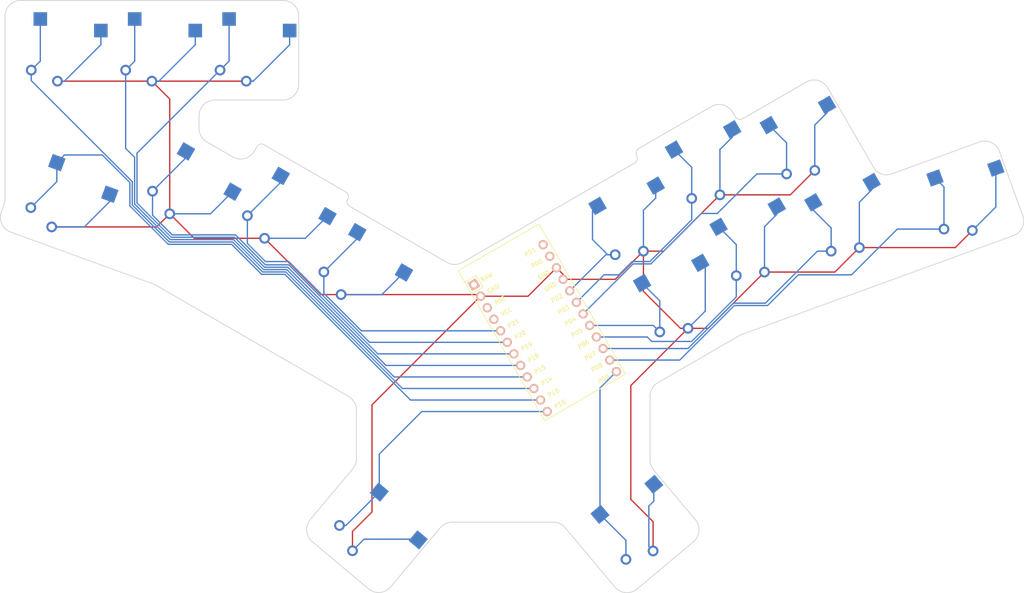
<source format=kicad_pcb>
(kicad_pcb (version 20211014) (generator pcbnew)
  (title_block (title "card") (rev "v1.0.0") (company "Unknown"))
  (layers (0 "F.Cu" signal) (31 "B.Cu" signal) (34 "B.Paste" user) (35 "F.Paste" user) (36 "B.SilkS" user "B.Silkscreen") (37 "F.SilkS" user "F.Silkscreen") (38 "B.Mask" user) (39 "F.Mask" user) (44 "Edge.Cuts" user))
  (net 0 "")
  (net 1 "P14")
  (net 2 "GND")
  (net 3 "P15")
  (net 4 "P18")
  (net 5 "P16")
  (net 6 "P19")
  (net 7 "P20")
  (net 8 "P21")
  (net 9 "P10")
  (net 10 "P9")
  (net 11 "P5")
  (net 12 "P2")
  (net 13 "P6")
  (net 14 "P3")
  (net 15 "P7")
  (net 16 "P4")
  (net 17 "P8")
  (net 18 "RAW")
  (net 19 "RST")
  (net 20 "VCC")
  (net 21 "P1")
  (net 22 "P0")
  (footprint "PG1350" (layer "F.Cu") (at 190.744558 137.77943 150)
    (fp_text reference "S12" hide)
    (fp_text value "" hide)
  )
  (footprint "PG1350" (layer "F.Cu") (at 257.089061 140.227443 30)
    (fp_text reference "S21" hide)
    (fp_text value "" hide)
  )
  (footprint "PG1350" (layer "F.Cu") (at 184.3 107.02 180)
    (fp_text reference "S6" hide)
    (fp_text value "" hide)
  )
  (footprint "PG1350" (layer "F.Cu") (at 172.656101 133.109557 150)
    (fp_text reference "S10" hide)
    (fp_text value "" hide)
  )
  (footprint "PG1350" (layer "F.Cu") (at 258.0888 197.989823 -140)
    (fp_text reference "S18" hide)
    (fp_text value "" hide)
  )
  (footprint "PG1350" (layer "F.Cu") (at 184.3 107.02)
    (fp_text reference "S5" hide)
    (fp_text value "" hide)
  )
  (footprint "PG1350" (layer "F.Cu") (at 280.177519 144.217824 30)
    (fp_text reference "S23" hide)
    (fp_text value "" hide)
  )
  (footprint "PG1350" (layer "F.Cu") (at 205.333015 148.51148 -30)
    (fp_text reference "S13" hide)
    (fp_text value "" hide)
  )
  (footprint "PG1350" (layer "F.Cu") (at 148.3 107.02 180)
    (fp_text reference "S2" hide)
    (fp_text value "" hide)
  )
  (footprint "PG1350" (layer "F.Cu") (at 208.350193 197.953935 140)
    (fp_text reference "S16" hide)
    (fp_text value "" hide)
  )
  (footprint "PG1350" (layer "F.Cu") (at 320.750703 135.850558 -160)
    (fp_text reference "S32" hide)
    (fp_text value "" hide)
  )
  (footprint "PG1350" (layer "F.Cu") (at 280.177519 144.217824 -150)
    (fp_text reference "S24" hide)
    (fp_text value "" hide)
  )
  (footprint "PG1350" (layer "F.Cu") (at 265.589061 154.949875 30)
    (fp_text reference "S19" hide)
    (fp_text value "" hide)
  )
  (footprint "PG1350" (layer "F.Cu") (at 190.744558 137.77943 -30)
    (fp_text reference "S11" hide)
    (fp_text value "" hide)
  )
  (footprint "PG1350" (layer "F.Cu") (at 265.589061 154.949875 -150)
    (fp_text reference "S20" hide)
    (fp_text value "" hide)
  )
  (footprint "PG1350" (layer "F.Cu") (at 298.265976 139.547951 -150)
    (fp_text reference "S28" hide)
    (fp_text value "" hide)
  )
  (footprint "PG1350" (layer "F.Cu") (at 271.677519 129.495392 -150)
    (fp_text reference "S26" hide)
    (fp_text value "" hide)
  )
  (footprint "PG1350" (layer "F.Cu") (at 166.3 107.02 180)
    (fp_text reference "S4" hide)
    (fp_text value "" hide)
  )
  (footprint "PG1350" (layer "F.Cu") (at 298.265976 139.547951 30)
    (fp_text reference "S27" hide)
    (fp_text value "" hide)
  )
  (footprint "PG1350" (layer "F.Cu") (at 271.677519 129.495392 30)
    (fp_text reference "S25" hide)
    (fp_text value "" hide)
  )
  (footprint "PG1350" (layer "F.Cu") (at 166.3 107.02)
    (fp_text reference "S3" hide)
    (fp_text value "" hide)
  )
  (footprint "PG1350" (layer "F.Cu") (at 149.214467 135.176363 -20)
    (fp_text reference "S7" hide)
    (fp_text value "" hide)
  )
  (footprint "PG1350" (layer "F.Cu") (at 257.089061 140.227443 -150)
    (fp_text reference "S22" hide)
    (fp_text value "" hide)
  )
  (footprint "PG1350" (layer "F.Cu") (at 148.3 107.02)
    (fp_text reference "S1" hide)
    (fp_text value "" hide)
  )
  (footprint "PG1350" (layer "F.Cu") (at 320.750703 135.850558 20)
    (fp_text reference "S31" hide)
    (fp_text value "" hide)
  )
  (footprint "PG1350" (layer "F.Cu") (at 149.214467 135.176363 160)
    (fp_text reference "S8" hide)
    (fp_text value "" hide)
  )
  (footprint "PG1350" (layer "F.Cu") (at 289.765976 124.825519 30)
    (fp_text reference "S29" hide)
    (fp_text value "" hide)
  )
  (footprint "ProMicro" (layer "F.Cu") (at 241.3 160.02 -60)
    (fp_text reference "MCU1" hide)
    (fp_text value "" hide)
  )
  (footprint "PG1350" (layer "F.Cu") (at 208.350193 197.953935 -40)
    (fp_text reference "S15" hide)
    (fp_text value "" hide)
  )
  (footprint "PG1350" (layer "F.Cu") (at 172.656101 133.109557 -30)
    (fp_text reference "S9" hide)
    (fp_text value "" hide)
  )
  (footprint "PG1350" (layer "F.Cu") (at 205.333015 148.51148 150)
    (fp_text reference "S14" hide)
    (fp_text value "" hide)
  )
  (footprint "PG1350" (layer "F.Cu") (at 289.765976 124.825519 -150)
    (fp_text reference "S30" hide)
    (fp_text value "" hide)
  )
  (footprint "PG1350" (layer "F.Cu") (at 258.0888 197.989823 40)
    (fp_text reference "S17" hide)
    (fp_text value "" hide)
  )
  (gr_arc (start 211.832519 209.3611) (mid 209.795853 210.421322) (end 207.606022 209.730871) (layer "Edge.Cuts") (width 0.15))
  (gr_line (start 295.17623 114.196354) (end 303.866365 129.24811) (layer "Edge.Cuts") (width 0.15))
  (gr_line (start 141.3 97.52) (end 191.3 97.52) (layer "Edge.Cuts") (width 0.15))
  (gr_arc (start 203.288787 134.052189) (mid 203.754713 134.659395) (end 203.654812 135.418214) (layer "Edge.Cuts") (width 0.15))
  (gr_line (start 137.59441 137.864163) (end 138.239693 136.091264) (layer "Edge.Cuts") (width 0.15))
  (gr_line (start 175.3 119.52) (end 175.3 121.934306) (layer "Edge.Cuts") (width 0.15))
  (gr_line (start 225.536852 147.474465) (end 258.401239 128.500202) (layer "Edge.Cuts") (width 0.15))
  (gr_arc (start 278.337852 161.445764) (mid 278.569997 161.324917) (end 278.811792 161.224762) (layer "Edge.Cuts") (width 0.15))
  (gr_line (start 262.001867 187.095996) (end 269.927364 196.541236) (layer "Edge.Cuts") (width 0.15))
  (gr_arc (start 261.3 173.014623) (mid 261.701924 171.514623) (end 262.8 170.416547) (layer "Edge.Cuts") (width 0.15))
  (gr_arc (start 221.288721 198.091637) (mid 222.318999 197.301077) (end 223.586854 197.02) (layer "Edge.Cuts") (width 0.15))
  (gr_line (start 196.511629 196.505348) (end 204.598133 186.868228) (layer "Edge.Cuts") (width 0.15))
  (gr_line (start 203.654812 135.418214) (end 203.654812 135.418214) (layer "Edge.Cuts") (width 0.15))
  (gr_line (start 138.3 135.749244) (end 138.3 100.52) (layer "Edge.Cuts") (width 0.15))
  (gr_line (start 176.8 124.532383) (end 181.736228 127.382315) (layer "Edge.Cuts") (width 0.15))
  (gr_arc (start 332.37076 138.538359) (mid 332.270605 140.832274) (end 330.577742 142.383497) (layer "Edge.Cuts") (width 0.15))
  (gr_arc (start 196.8814 200.731845) (mid 195.821178 198.695179) (end 196.511629 196.505348) (layer "Edge.Cuts") (width 0.15))
  (gr_line (start 178.3 116.52) (end 191.3 116.52) (layer "Edge.Cuts") (width 0.15))
  (gr_line (start 223.586854 197.02) (end 242.822026 197.02) (layer "Edge.Cuts") (width 0.15))
  (gr_arc (start 176.8 124.532382) (mid 175.701924 123.434306) (end 175.3 121.934306) (layer "Edge.Cuts") (width 0.15))
  (gr_arc (start 307.490501 130.567187) (mid 305.424316 130.605811) (end 303.866365 129.24811) (layer "Edge.Cuts") (width 0.15))
  (gr_line (start 185.834304 126.284239) (end 186.334304 125.418214) (layer "Edge.Cuts") (width 0.15))
  (gr_line (start 277.087773 118.866227) (end 277.587773 119.732253) (layer "Edge.Cuts") (width 0.15))
  (gr_arc (start 269.927364 196.541236) (mid 270.617815 198.731066) (end 269.557594 200.767732) (layer "Edge.Cuts") (width 0.15))
  (gr_arc (start 258.767265 127.134176) (mid 258.867165 127.892995) (end 258.401239 128.500202) (layer "Edge.Cuts") (width 0.15))
  (gr_line (start 187.70033 125.052188) (end 203.288787 134.052188) (layer "Edge.Cuts") (width 0.15))
  (gr_arc (start 258.832971 209.766758) (mid 256.643141 210.457209) (end 254.606475 209.396988) (layer "Edge.Cuts") (width 0.15))
  (gr_line (start 196.8814 200.731844) (end 207.606022 209.730871) (layer "Edge.Cuts") (width 0.15))
  (gr_arc (start 175.3 119.52) (mid 176.17868 117.39868) (end 178.3 116.52) (layer "Edge.Cuts") (width 0.15))
  (gr_line (start 205.3 175.627881) (end 205.3 184.939865) (layer "Edge.Cuts") (width 0.15))
  (gr_line (start 327.924498 126.322354) (end 332.37076 138.538359) (layer "Edge.Cuts") (width 0.15))
  (gr_line (start 245.120159 198.091637) (end 254.606475 209.396988) (layer "Edge.Cuts") (width 0.15))
  (gr_line (start 259.13329 125.768151) (end 272.989696 117.768151) (layer "Edge.Cuts") (width 0.15))
  (gr_line (start 203.8 173.029805) (end 167.115486 151.849991) (layer "Edge.Cuts") (width 0.15))
  (gr_arc (start 278.953798 120.098278) (mid 278.194979 120.198179) (end 277.587773 119.732253) (layer "Edge.Cuts") (width 0.15))
  (gr_arc (start 138.3 135.749244) (mid 138.284808 135.922892) (end 138.239693 136.091264) (layer "Edge.Cuts") (width 0.15))
  (gr_line (start 278.953798 120.098278) (end 291.078154 113.098278) (layer "Edge.Cuts") (width 0.15))
  (gr_arc (start 205.3 184.939865) (mid 205.119078 185.965926) (end 204.598133 186.868228) (layer "Edge.Cuts") (width 0.15))
  (gr_arc (start 139.387427 141.709302) (mid 137.694564 140.158078) (end 137.59441 137.864163) (layer "Edge.Cuts") (width 0.15))
  (gr_line (start 307.490501 130.567187) (end 324.07936 124.529337) (layer "Edge.Cuts") (width 0.15))
  (gr_line (start 139.387427 141.709302) (end 166.641546 151.62899) (layer "Edge.Cuts") (width 0.15))
  (gr_arc (start 186.334304 125.418214) (mid 186.941511 124.952288) (end 187.70033 125.052188) (layer "Edge.Cuts") (width 0.15))
  (gr_arc (start 138.3 100.52) (mid 139.17868 98.39868) (end 141.3 97.52) (layer "Edge.Cuts") (width 0.15))
  (gr_arc (start 262.001867 187.095996) (mid 261.480922 186.193694) (end 261.3 185.167633) (layer "Edge.Cuts") (width 0.15))
  (gr_line (start 278.811792 161.224762) (end 330.577742 142.383497) (layer "Edge.Cuts") (width 0.15))
  (gr_line (start 258.832971 209.766758) (end 269.557593 200.767732) (layer "Edge.Cuts") (width 0.15))
  (gr_arc (start 191.3 97.52) (mid 193.42132 98.39868) (end 194.3 100.52) (layer "Edge.Cuts") (width 0.15))
  (gr_arc (start 185.834304 126.284239) (mid 184.012685 127.682016) (end 181.736228 127.382315) (layer "Edge.Cuts") (width 0.15))
  (gr_arc (start 225.536852 147.474465) (mid 224.036852 147.876389) (end 222.536852 147.474465) (layer "Edge.Cuts") (width 0.15))
  (gr_arc (start 291.078154 113.098278) (mid 293.354611 112.798577) (end 295.17623 114.196354) (layer "Edge.Cuts") (width 0.15))
  (gr_arc (start 242.822026 197.02) (mid 244.089881 197.301077) (end 245.120159 198.091637) (layer "Edge.Cuts") (width 0.15))
  (gr_arc (start 194.3 113.52) (mid 193.42132 115.64132) (end 191.3 116.52) (layer "Edge.Cuts") (width 0.15))
  (gr_arc (start 203.8 173.029805) (mid 204.898076 174.127881) (end 205.3 175.627881) (layer "Edge.Cuts") (width 0.15))
  (gr_line (start 278.337852 161.445763) (end 262.8 170.416547) (layer "Edge.Cuts") (width 0.15))
  (gr_line (start 211.832518 209.3611) (end 221.288721 198.091637) (layer "Edge.Cuts") (width 0.15))
  (gr_line (start 258.767265 127.134176) (end 258.767265 127.134176) (layer "Edge.Cuts") (width 0.15))
  (gr_arc (start 166.641546 151.628989) (mid 166.883341 151.729144) (end 167.115486 151.849991) (layer "Edge.Cuts") (width 0.15))
  (gr_arc (start 204.020838 136.78424) (mid 203.554912 136.177033) (end 203.654812 135.418214) (layer "Edge.Cuts") (width 0.15))
  (gr_line (start 194.3 113.52) (end 194.3 100.52) (layer "Edge.Cuts") (width 0.15))
  (gr_arc (start 258.767265 127.134176) (mid 258.667364 126.375357) (end 259.13329 125.768151) (layer "Edge.Cuts") (width 0.15))
  (gr_line (start 204.020838 136.784239) (end 222.536852 147.474465) (layer "Edge.Cuts") (width 0.15))
  (gr_arc (start 324.079359 124.529337) (mid 326.373274 124.629491) (end 327.924498 126.322354) (layer "Edge.Cuts") (width 0.15))
  (gr_line (start 261.3 185.167633) (end 261.3 173.014623) (layer "Edge.Cuts") (width 0.15))
  (gr_arc (start 272.989696 117.76815) (mid 275.266154 117.468449) (end 277.087773 118.866227) (layer "Edge.Cuts") (width 0.15))
  (segment (start 145.025 109.095) (end 143.3 110.82) (width 0.25) (layer "B.Cu") (net 1))
  (segment (start 162.56 136.529188) (end 169.620812 143.59) (width 0.25) (layer "B.Cu") (net 1))
  (segment (start 214.066986 171.528966) (end 239.145886 171.528966) (width 0.25) (layer "B.Cu") (net 1))
  (segment (start 181.684416 143.59) (end 187.400812 149.306396) (width 0.25) (layer "B.Cu") (net 1))
  (segment (start 143.3 110.82) (end 143.3 112.82) (width 0.25) (layer "B.Cu") (net 1))
  (segment (start 143.3 112.82) (end 162.56 132.08) (width 0.25) (layer "B.Cu") (net 1))
  (segment (start 191.844416 149.306396) (end 214.066986 171.528966) (width 0.25) (layer "B.Cu") (net 1))
  (segment (start 169.620812 143.59) (end 181.684416 143.59) (width 0.25) (layer "B.Cu") (net 1))
  (segment (start 187.400812 149.306396) (end 191.844416 149.306396) (width 0.25) (layer "B.Cu") (net 1))
  (segment (start 162.56 132.08) (end 162.56 136.529188) (width 0.25) (layer "B.Cu") (net 1))
  (segment (start 145.025 101.07) (end 145.025 109.095) (width 0.25) (layer "B.Cu") (net 1))
  (segment (start 202.383015 153.62103) (end 228.675586 153.62103) (width 0.25) (layer "F.Cu") (net 2))
  (segment (start 148.3 112.92) (end 166.3 112.92) (width 0.25) (layer "F.Cu") (net 2))
  (segment (start 274.627519 134.604942) (end 263.895468 145.336993) (width 0.25) (layer "F.Cu") (net 2))
  (segment (start 228.675586 153.62103) (end 228.985886 153.93133) (width 0.25) (layer "F.Cu") (net 2))
  (segment (start 288.046103 134.604942) (end 274.627519 134.604942) (width 0.25) (layer "F.Cu") (net 2))
  (segment (start 169.706101 138.219107) (end 174.375974 142.88898) (width 0.25) (layer "F.Cu") (net 2))
  (segment (start 260.039061 152.996265) (end 260.039061 145.336993) (width 0.25) (layer "F.Cu") (net 2))
  (segment (start 228.985886 153.93133) (end 238.033818 153.93133) (width 0.25) (layer "F.Cu") (net 2))
  (segment (start 187.794558 142.88898) (end 198.526608 153.62103) (width 0.25) (layer "F.Cu") (net 2))
  (segment (start 257.633568 192.679869) (end 257.633568 170.964918) (width 0.25) (layer "F.Cu") (net 2))
  (segment (start 296.546103 149.327374) (end 283.127519 149.327374) (width 0.25) (layer "F.Cu") (net 2))
  (segment (start 204.557746 202.473597) (end 204.557746 198.791381) (width 0.25) (layer "F.Cu") (net 2))
  (segment (start 208.28 195.069127) (end 208.28 174.637216) (width 0.25) (layer "F.Cu") (net 2))
  (segment (start 254.665315 150.710739) (end 244.724114 150.710739) (width 0.25) (layer "F.Cu") (net 2))
  (segment (start 272.395468 160.059425) (end 268.539061 160.059425) (width 0.25) (layer "F.Cu") (net 2))
  (segment (start 166.3 112.92) (end 169.706101 116.326101) (width 0.25) (layer "F.Cu") (net 2))
  (segment (start 166.3 112.92) (end 184.3 112.92) (width 0.25) (layer "F.Cu") (net 2))
  (segment (start 238.033818 153.93133) (end 243.454114 148.511034) (width 0.25) (layer "F.Cu") (net 2))
  (segment (start 204.557746 198.791381) (end 208.28 195.069127) (width 0.25) (layer "F.Cu") (net 2))
  (segment (start 261.881247 202.509485) (end 261.881247 196.927548) (width 0.25) (layer "F.Cu") (net 2))
  (segment (start 208.28 174.637216) (end 228.985886 153.93133) (width 0.25) (layer "F.Cu") (net 2))
  (segment (start 267.102221 160.059425) (end 260.039061 152.996265) (width 0.25) (layer "F.Cu") (net 2))
  (segment (start 283.127519 149.327374) (end 272.395468 160.059425) (width 0.25) (layer "F.Cu") (net 2))
  (segment (start 319.505865 144.657501) (end 301.215976 144.657501) (width 0.25) (layer "F.Cu") (net 2))
  (segment (start 257.633568 170.964918) (end 268.539061 160.059425) (width 0.25) (layer "F.Cu") (net 2))
  (segment (start 263.895468 145.336993) (end 260.039061 145.336993) (width 0.25) (layer "F.Cu") (net 2))
  (segment (start 260.039061 145.336993) (end 254.665315 150.710739) (width 0.25) (layer "F.Cu") (net 2))
  (segment (start 268.539061 160.059425) (end 267.102221 160.059425) (width 0.25) (layer "F.Cu") (net 2))
  (segment (start 244.724114 149.781034) (end 244.724114 150.710739) (width 0.25) (layer "F.Cu") (net 2))
  (segment (start 292.715976 129.935069) (end 288.046103 134.604942) (width 0.25) (layer "F.Cu") (net 2))
  (segment (start 147.196548 140.720549) (end 167.204659 140.720549) (width 0.25) (layer "F.Cu") (net 2))
  (segment (start 301.215976 144.657501) (end 296.546103 149.327374) (width 0.25) (layer "F.Cu") (net 2))
  (segment (start 169.706101 116.326101) (end 169.706101 138.219107) (width 0.25) (layer "F.Cu") (net 2))
  (segment (start 261.881247 196.927548) (end 257.633568 192.679869) (width 0.25) (layer "F.Cu") (net 2))
  (segment (start 243.454114 148.511034) (end 244.724114 149.781034) (width 0.25) (layer "F.Cu") (net 2))
  (segment (start 198.526608 153.62103) (end 202.383015 153.62103) (width 0.25) (layer "F.Cu") (net 2))
  (segment (start 174.375974 142.88898) (end 187.794558 142.88898) (width 0.25) (layer "F.Cu") (net 2))
  (segment (start 322.768622 141.394744) (end 319.505865 144.657501) (width 0.25) (layer "F.Cu") (net 2))
  (segment (start 167.204659 140.720549) (end 169.706101 138.219107) (width 0.25) (layer "F.Cu") (net 2))
  (segment (start 149.633686 112.92) (end 148.3 112.92) (width 0.25) (layer "B.Cu") (net 2))
  (segment (start 327.244084 136.919282) (end 322.768622 141.394744) (width 0.25) (layer "B.Cu") (net 2))
  (segment (start 303.557336 132.162856) (end 303.557336 133.663967) (width 0.25) (layer "B.Cu") (net 2))
  (segment (start 262.017364 189.798089) (end 262.017364 193.005485) (width 0.25) (layer "B.Cu") (net 2))
  (segment (start 216.962694 200.263366) (end 206.767977 200.263366) (width 0.25) (layer "B.Cu") (net 2))
  (segment (start 285.468879 136.832729) (end 285.468879 138.33384) (width 0.25) (layer "B.Cu") (net 2))
  (segment (start 192.575 105.978686) (end 185.633686 112.92) (width 0.25) (layer "B.Cu") (net 2))
  (segment (start 295.057336 117.440424) (end 295.057336 118.941535) (width 0.25) (layer "B.Cu") (net 2))
  (segment (start 303.557336 133.663967) (end 301.215976 136.005327) (width 0.25) (layer "B.Cu") (net 2))
  (segment (start 292.715976 121.282895) (end 292.715976 129.935069) (width 0.25) (layer "B.Cu") (net 2))
  (segment (start 156.575 105.978686) (end 149.633686 112.92) (width 0.25) (layer "B.Cu") (net 2))
  (segment (start 195.566273 142.88898) (end 187.794558 142.88898) (width 0.25) (layer "B.Cu") (net 2))
  (segment (start 167.633686 112.92) (end 166.3 112.92) (width 0.25) (layer "B.Cu") (net 2))
  (segment (start 276.968879 123.611408) (end 274.627519 125.952768) (width 0.25) (layer "B.Cu") (net 2))
  (segment (start 261.076143 201.704381) (end 261.881247 202.509485) (width 0.25) (layer "B.Cu") (net 2))
  (segment (start 283.127519 140.6752) (end 283.127519 149.327374) (width 0.25) (layer "B.Cu") (net 2))
  (segment (start 153.418613 140.720549) (end 147.196548 140.720549) (width 0.25) (layer "B.Cu") (net 2))
  (segment (start 210.15473 153.62103) (end 202.383015 153.62103) (width 0.25) (layer "B.Cu") (net 2))
  (segment (start 174.575 103.27) (end 174.575 105.978686) (width 0.25) (layer "B.Cu") (net 2))
  (segment (start 217.099664 200.400336) (end 216.962694 200.263366) (width 0.25) (layer "B.Cu") (net 2))
  (segment (start 174.575 105.978686) (end 167.633686 112.92) (width 0.25) (layer "B.Cu") (net 2))
  (segment (start 199.785918 138.669335) (end 195.566273 142.88898) (width 0.25) (layer "B.Cu") (net 2))
  (segment (start 262.380421 135.215537) (end 260.039061 137.556897) (width 0.25) (layer "B.Cu") (net 2))
  (segment (start 261.076143 193.946706) (end 261.076143 201.704381) (width 0.25) (layer "B.Cu") (net 2))
  (segment (start 285.468879 138.33384) (end 283.127519 140.6752) (width 0.25) (layer "B.Cu") (net 2))
  (segment (start 271.832087 148.516446) (end 271.832087 156.766399) (width 0.25) (layer "B.Cu") (net 2))
  (segment (start 262.380421 132.842348) (end 262.380421 135.215537) (width 0.25) (layer "B.Cu") (net 2))
  (segment (start 158.272999 134.482732) (end 158.272999 135.866163) (width 0.25) (layer "B.Cu") (net 2))
  (segment (start 260.039061 137.556897) (end 260.039061 145.336993) (width 0.25) (layer "B.Cu") (net 2))
  (segment (start 276.968879 122.110297) (end 276.968879 123.611408) (width 0.25) (layer "B.Cu") (net 2))
  (segment (start 181.697461 133.999462) (end 177.477816 138.219107) (width 0.25) (layer "B.Cu") (net 2))
  (segment (start 192.575 103.27) (end 192.575 105.978686) (width 0.25) (layer "B.Cu") (net 2))
  (segment (start 271.832087 156.766399) (end 268.539061 160.059425) (width 0.25) (layer "B.Cu") (net 2))
  (segment (start 327.244084 129.496494) (end 327.244084 136.919282) (width 0.25) (layer "B.Cu") (net 2))
  (segment (start 177.477816 138.219107) (end 169.706101 138.219107) (width 0.25) (layer "B.Cu") (net 2))
  (segment (start 156.575 103.27) (end 156.575 105.978686) (width 0.25) (layer "B.Cu") (net 2))
  (segment (start 262.017364 193.005485) (end 261.076143 193.946706) (width 0.25) (layer "B.Cu") (net 2))
  (segment (start 214.374375 149.401385) (end 210.15473 153.62103) (width 0.25) (layer "B.Cu") (net 2))
  (segment (start 301.215976 136.005327) (end 301.215976 144.657501) (width 0.25) (layer "B.Cu") (net 2))
  (segment (start 295.057336 118.941535) (end 292.715976 121.282895) (width 0.25) (layer "B.Cu") (net 2))
  (segment (start 206.767977 200.263366) (end 204.557746 202.473597) (width 0.25) (layer "B.Cu") (net 2))
  (segment (start 158.272999 135.866163) (end 153.418613 140.720549) (width 0.25) (layer "B.Cu") (net 2))
  (segment (start 185.633686 112.92) (end 184.3 112.92) (width 0.25) (layer "B.Cu") (net 2))
  (segment (start 274.627519 125.952768) (end 274.627519 134.604942) (width 0.25) (layer "B.Cu") (net 2))
  (segment (start 270.880421 147.56478) (end 271.832087 148.516446) (width 0.25) (layer "B.Cu") (net 2))
  (segment (start 169.807208 143.14) (end 181.870812 143.14) (width 0.25) (layer "B.Cu") (net 3))
  (segment (start 161.3 125.74) (end 163.01 127.45) (width 0.25) (layer "B.Cu") (net 3))
  (segment (start 192.030812 148.856396) (end 212.503677 169.329261) (width 0.25) (layer "B.Cu") (net 3))
  (segment (start 163.025 109.095) (end 161.3 110.82) (width 0.25) (layer "B.Cu") (net 3))
  (segment (start 212.503677 169.329261) (end 237.875886 169.329261) (width 0.25) (layer "B.Cu") (net 3))
  (segment (start 163.01 127.45) (end 163.01 136.342792) (width 0.25) (layer "B.Cu") (net 3))
  (segment (start 181.870812 143.14) (end 187.587208 148.856396) (width 0.25) (layer "B.Cu") (net 3))
  (segment (start 163.01 136.342792) (end 169.807208 143.14) (width 0.25) (layer "B.Cu") (net 3))
  (segment (start 163.025 101.07) (end 163.025 109.095) (width 0.25) (layer "B.Cu") (net 3))
  (segment (start 161.3 110.82) (end 161.3 125.74) (width 0.25) (layer "B.Cu") (net 3))
  (segment (start 187.587208 148.856396) (end 192.030812 148.856396) (width 0.25) (layer "B.Cu") (net 3))
  (segment (start 179.3 110.82) (end 163.46 126.66) (width 0.25) (layer "B.Cu") (net 4))
  (segment (start 210.940369 167.129557) (end 236.605886 167.129557) (width 0.25) (layer "B.Cu") (net 4))
  (segment (start 163.46 136.156396) (end 169.993604 142.69) (width 0.25) (layer "B.Cu") (net 4))
  (segment (start 192.217208 148.406396) (end 210.940369 167.129557) (width 0.25) (layer "B.Cu") (net 4))
  (segment (start 181.025 101.07) (end 181.025 109.095) (width 0.25) (layer "B.Cu") (net 4))
  (segment (start 187.773604 148.406396) (end 192.217208 148.406396) (width 0.25) (layer "B.Cu") (net 4))
  (segment (start 163.46 126.66) (end 163.46 136.156396) (width 0.25) (layer "B.Cu") (net 4))
  (segment (start 182.057208 142.69) (end 187.773604 148.406396) (width 0.25) (layer "B.Cu") (net 4))
  (segment (start 181.025 109.095) (end 179.3 110.82) (width 0.25) (layer "B.Cu") (net 4))
  (segment (start 169.993604 142.69) (end 182.057208 142.69) (width 0.25) (layer "B.Cu") (net 4))
  (segment (start 181.49802 144.04) (end 187.214416 149.756396) (width 0.25) (layer "B.Cu") (net 5))
  (segment (start 169.434416 144.04) (end 181.49802 144.04) (width 0.25) (layer "B.Cu") (net 5))
  (segment (start 149.63707 127) (end 156.843604 127) (width 0.25) (layer "B.Cu") (net 5))
  (segment (start 191.65802 149.756396) (end 215.630294 173.72867) (width 0.25) (layer "B.Cu") (net 5))
  (segment (start 156.843604 127) (end 162.11 132.266396) (width 0.25) (layer "B.Cu") (net 5))
  (segment (start 215.630294 173.72867) (end 240.415886 173.72867) (width 0.25) (layer "B.Cu") (net 5))
  (segment (start 162.11 132.266396) (end 162.11 136.715584) (width 0.25) (layer "B.Cu") (net 5))
  (segment (start 187.214416 149.756396) (end 191.65802 149.756396) (width 0.25) (layer "B.Cu") (net 5))
  (segment (start 143.216327 137.037094) (end 148.171994 132.081427) (width 0.25) (layer "B.Cu") (net 5))
  (segment (start 148.171994 132.081427) (end 148.171994 128.465076) (width 0.25) (layer "B.Cu") (net 5))
  (segment (start 148.171994 128.465076) (end 149.63707 127) (width 0.25) (layer "B.Cu") (net 5))
  (segment (start 162.11 136.715584) (end 169.434416 144.04) (width 0.25) (layer "B.Cu") (net 5))
  (segment (start 166.425974 133.900454) (end 166.425974 138.485974) (width 0.25) (layer "B.Cu") (net 6))
  (segment (start 182.243604 142.24) (end 187.96 147.956396) (width 0.25) (layer "B.Cu") (net 6))
  (segment (start 187.96 147.956396) (end 192.403604 147.956396) (width 0.25) (layer "B.Cu") (net 6))
  (segment (start 172.794868 127.53156) (end 166.425974 133.900454) (width 0.25) (layer "B.Cu") (net 6))
  (segment (start 209.37706 164.929852) (end 235.335886 164.929852) (width 0.25) (layer "B.Cu") (net 6))
  (segment (start 172.794868 126.319206) (end 172.794868 127.53156) (width 0.25) (layer "B.Cu") (net 6))
  (segment (start 170.18 142.24) (end 182.243604 142.24) (width 0.25) (layer "B.Cu") (net 6))
  (segment (start 192.403604 147.956396) (end 209.37706 164.929852) (width 0.25) (layer "B.Cu") (net 6))
  (segment (start 166.425974 138.485974) (end 170.18 142.24) (width 0.25) (layer "B.Cu") (net 6))
  (segment (start 207.813752 162.730148) (end 234.065886 162.730148) (width 0.25) (layer "B.Cu") (net 7))
  (segment (start 190.883325 132.201433) (end 184.514431 138.570327) (width 0.25) (layer "B.Cu") (net 7))
  (segment (start 184.514431 143.874431) (end 187.96 147.32) (width 0.25) (layer "B.Cu") (net 7))
  (segment (start 184.514431 138.570327) (end 184.514431 143.874431) (width 0.25) (layer "B.Cu") (net 7))
  (segment (start 192.403604 147.32) (end 207.813752 162.730148) (width 0.25) (layer "B.Cu") (net 7))
  (segment (start 190.883325 130.989079) (end 190.883325 132.201433) (width 0.25) (layer "B.Cu") (net 7))
  (segment (start 187.96 147.32) (end 192.403604 147.32) (width 0.25) (layer "B.Cu") (net 7))
  (segment (start 206.250443 160.530443) (end 232.795886 160.530443) (width 0.25) (layer "B.Cu") (net 8))
  (segment (start 199.102888 149.302377) (end 199.102888 153.382888) (width 0.25) (layer "B.Cu") (net 8))
  (segment (start 199.102888 153.382888) (end 206.250443 160.530443) (width 0.25) (layer "B.Cu") (net 8))
  (segment (start 205.471782 142.933483) (end 199.102888 149.302377) (width 0.25) (layer "B.Cu") (net 8))
  (segment (start 205.471782 141.721129) (end 205.471782 142.933483) (width 0.25) (layer "B.Cu") (net 8))
  (segment (start 202.077378 197.650966) (end 203.305859 197.650966) (width 0.25) (layer "B.Cu") (net 9))
  (segment (start 217.771625 175.928375) (end 241.685886 175.928375) (width 0.25) (layer "B.Cu") (net 9))
  (segment (start 203.305859 197.650966) (end 209.665984 191.290841) (width 0.25) (layer "B.Cu") (net 9))
  (segment (start 209.665984 191.290841) (end 209.665984 184.034016) (width 0.25) (layer "B.Cu") (net 9))
  (segment (start 209.665984 184.034016) (end 217.771625 175.928375) (width 0.25) (layer "B.Cu") (net 9))
  (segment (start 256.701171 204.11473) (end 256.701171 200.482741) (width 0.25) (layer "B.Cu") (net 10))
  (segment (start 251.755418 195.536988) (end 251.755418 171.437071) (width 0.25) (layer "B.Cu") (net 10))
  (segment (start 251.755418 171.437071) (end 254.884114 168.308375) (width 0.25) (layer "B.Cu") (net 10))
  (segment (start 256.701171 200.482741) (end 251.755418 195.536988) (width 0.25) (layer "B.Cu") (net 10))
  (segment (start 259.777828 151.434524) (end 263.158934 154.81563) (width 0.25) (layer "B.Cu") (net 11))
  (segment (start 263.158934 154.81563) (end 263.158934 160.740772) (width 0.25) (layer "B.Cu") (net 11))
  (segment (start 263.158934 160.740772) (end 261.927719 159.509557) (width 0.25) (layer "B.Cu") (net 11))
  (segment (start 261.927719 159.509557) (end 249.804114 159.509557) (width 0.25) (layer "B.Cu") (net 11))
  (segment (start 253.222094 146.01834) (end 254.658934 146.01834) (width 0.25) (layer "B.Cu") (net 12))
  (segment (start 250.326162 137.663758) (end 250.326162 143.122408) (width 0.25) (layer "B.Cu") (net 12))
  (segment (start 252.886217 146.01834) (end 245.994114 152.910443) (width 0.25) (layer "B.Cu") (net 12))
  (segment (start 254.658934 146.01834) (end 252.886217 146.01834) (width 0.25) (layer "B.Cu") (net 12))
  (segment (start 250.326162 143.122408) (end 253.222094 146.01834) (width 0.25) (layer "B.Cu") (net 12))
  (segment (start 251.277828 136.712092) (end 250.326162 137.663758) (width 0.25) (layer "B.Cu") (net 12))
  (segment (start 251.074114 161.709261) (end 260.769261 161.709261) (width 0.25) (layer "B.Cu") (net 13))
  (segment (start 260.769261 161.709261) (end 261.62 162.56) (width 0.25) (layer "B.Cu") (net 13))
  (segment (start 269.24 162.56) (end 277.747392 154.052608) (width 0.25) (layer "B.Cu") (net 13))
  (segment (start 277.747392 144.083579) (end 277.747392 150.008721) (width 0.25) (layer "B.Cu") (net 13))
  (segment (start 274.366286 140.702473) (end 277.747392 144.083579) (width 0.25) (layer "B.Cu") (net 13))
  (segment (start 261.62 162.56) (end 269.24 162.56) (width 0.25) (layer "B.Cu") (net 13))
  (segment (start 277.747392 154.052608) (end 277.747392 150.008721) (width 0.25) (layer "B.Cu") (net 13))
  (segment (start 261.276065 147.32) (end 257.88757 147.32) (width 0.25) (layer "B.Cu") (net 14))
  (segment (start 252.514262 149.86) (end 247.264114 155.110148) (width 0.25) (layer "B.Cu") (net 14))
  (segment (start 265.866286 125.980041) (end 269.247392 129.361147) (width 0.25) (layer "B.Cu") (net 14))
  (segment (start 257.88757 147.32) (end 255.34757 149.86) (width 0.25) (layer "B.Cu") (net 14))
  (segment (start 255.34757 149.86) (end 252.514262 149.86) (width 0.25) (layer "B.Cu") (net 14))
  (segment (start 269.247392 129.361147) (end 269.247392 135.286289) (width 0.25) (layer "B.Cu") (net 14))
  (segment (start 269.247392 139.348673) (end 261.276065 147.32) (width 0.25) (layer "B.Cu") (net 14))
  (segment (start 269.247392 135.286289) (end 269.247392 139.348673) (width 0.25) (layer "B.Cu") (net 14))
  (segment (start 292.454743 137.533711) (end 295.835849 140.914817) (width 0.25) (layer "B.Cu") (net 15))
  (segment (start 295.835849 145.338848) (end 293.229089 145.338848) (width 0.25) (layer "B.Cu") (net 15))
  (segment (start 293.229089 145.338848) (end 283.309739 155.258198) (width 0.25) (layer "B.Cu") (net 15))
  (segment (start 295.835849 140.914817) (end 295.835849 145.338848) (width 0.25) (layer "B.Cu") (net 15))
  (segment (start 268.52743 163.908966) (end 252.344114 163.908966) (width 0.25) (layer "B.Cu") (net 15))
  (segment (start 283.309739 155.258198) (end 277.178198 155.258198) (width 0.25) (layer "B.Cu") (net 15))
  (segment (start 292.454743 136.0326) (end 292.454743 137.533711) (width 0.25) (layer "B.Cu") (net 15))
  (segment (start 277.178198 155.258198) (end 268.52743 163.908966) (width 0.25) (layer "B.Cu") (net 15))
  (segment (start 271.08082 138.15164) (end 270.65623 138.57623) (width 0.25) (layer "B.Cu") (net 16))
  (segment (start 261.462461 147.77) (end 258.073966 147.77) (width 0.25) (layer "B.Cu") (net 16))
  (segment (start 274.133604 138.15164) (end 271.08082 138.15164) (width 0.25) (layer "B.Cu") (net 16))
  (segment (start 287.335849 124.691274) (end 287.335849 130.616416) (width 0.25) (layer "B.Cu") (net 16))
  (segment (start 270.65623 138.57623) (end 261.462461 147.77) (width 0.25) (layer "B.Cu") (net 16))
  (segment (start 283.954743 121.310168) (end 287.335849 124.691274) (width 0.25) (layer "B.Cu") (net 16))
  (segment (start 287.335849 130.616416) (end 281.668828 130.616416) (width 0.25) (layer "B.Cu") (net 16))
  (segment (start 281.668828 130.616416) (end 274.133604 138.15164) (width 0.25) (layer "B.Cu") (net 16))
  (segment (start 258.073966 147.77) (end 248.534114 157.309852) (width 0.25) (layer "B.Cu") (net 16))
  (segment (start 317.351916 141.131491) (end 308.448509 141.131491) (width 0.25) (layer "B.Cu") (net 17))
  (segment (start 308.448509 141.131491) (end 299.72 149.86) (width 0.25) (layer "B.Cu") (net 17))
  (segment (start 315.63819 131.379503) (end 317.351916 133.093229) (width 0.25) (layer "B.Cu") (net 17))
  (segment (start 289.56 149.86) (end 283.711802 155.708198) (width 0.25) (layer "B.Cu") (net 17))
  (segment (start 283.711802 155.708198) (end 277.364594 155.708198) (width 0.25) (layer "B.Cu") (net 17))
  (segment (start 299.72 149.86) (end 289.56 149.86) (width 0.25) (layer "B.Cu") (net 17))
  (segment (start 266.964122 166.10867) (end 253.614114 166.10867) (width 0.25) (layer "B.Cu") (net 17))
  (segment (start 277.364594 155.708198) (end 266.964122 166.10867) (width 0.25) (layer "B.Cu") (net 17))
  (segment (start 317.351916 133.093229) (end 317.351916 141.131491) (width 0.25) (layer "B.Cu") (net 17))
)
</source>
